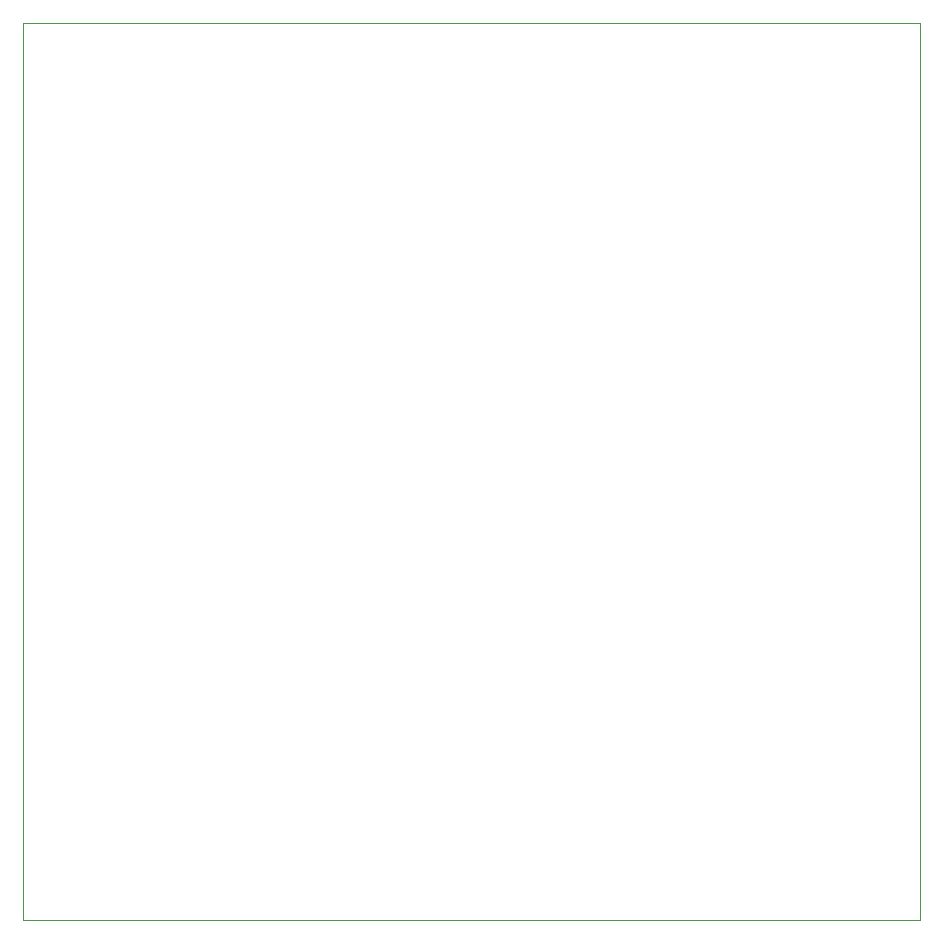
<source format=gbr>
G04 #@! TF.GenerationSoftware,KiCad,Pcbnew,(5.1.2-1)-1*
G04 #@! TF.CreationDate,2019-11-28T17:53:20+09:00*
G04 #@! TF.ProjectId,FuzzfaceMod_4,46757a7a-6661-4636-954d-6f645f342e6b,rev?*
G04 #@! TF.SameCoordinates,Original*
G04 #@! TF.FileFunction,Profile,NP*
%FSLAX46Y46*%
G04 Gerber Fmt 4.6, Leading zero omitted, Abs format (unit mm)*
G04 Created by KiCad (PCBNEW (5.1.2-1)-1) date 2019-11-28 17:53:20*
%MOMM*%
%LPD*%
G04 APERTURE LIST*
%ADD10C,0.050000*%
G04 APERTURE END LIST*
D10*
X152400000Y-119650000D02*
X152400000Y-43650000D01*
X76400000Y-119650000D02*
X152400000Y-119650000D01*
X76400000Y-43650000D02*
X76400000Y-119650000D01*
X152400000Y-43650000D02*
X76400000Y-43650000D01*
M02*

</source>
